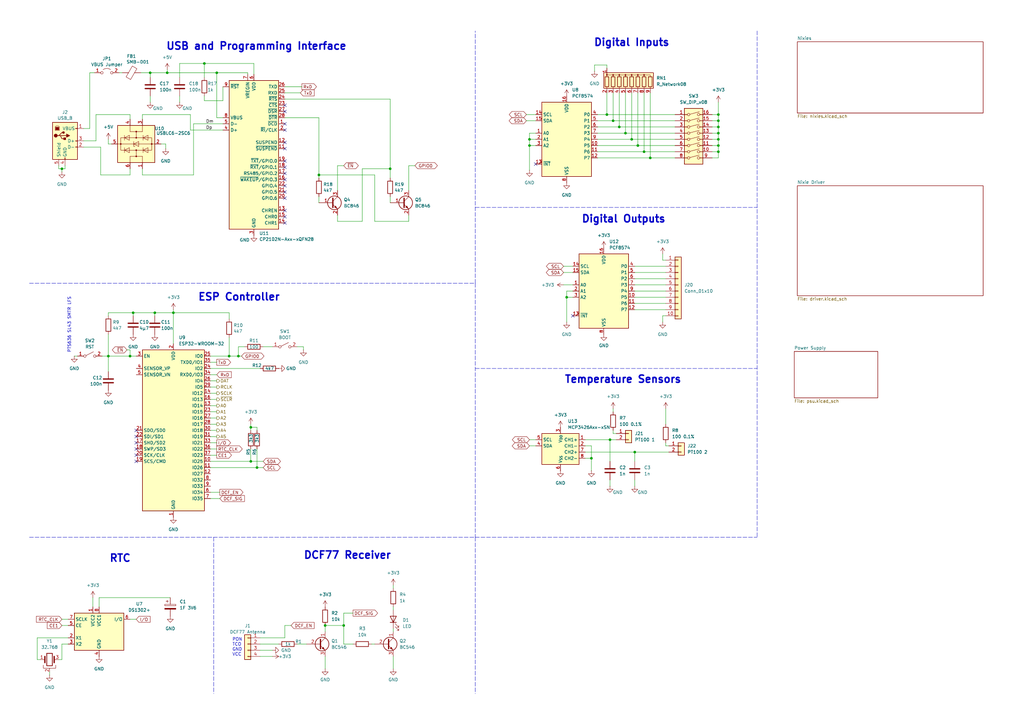
<source format=kicad_sch>
(kicad_sch (version 20231120) (generator "eeschema") (generator_version "8.0")
  (paper "A3")
  (title_block (title "Z5600M Nixie Clock with ESP32") (date "2024-09-16") (rev "1.0") (company "Synthron"))
  (junction (at 54.61 128.27))
  (junction (at 25.4 69.215))
  (junction (at 102.87 189.23))
  (junction (at 97.79 146.05))
  (junction (at 242.57 187.96))
  (junction (at 217.17 57.15))
  (junction (at 250.19 180.34))
  (junction (at 294.64 57.15))
  (junction (at 294.64 52.07))
  (junction (at 266.7 64.77))
  (junction (at 88.9 29.845))
  (junction (at 105.41 191.77))
  (junction (at 102.87 175.26))
  (junction (at 68.58 29.845))
  (junction (at 83.82 26.035))
  (junction (at 53.34 146.05))
  (junction (at 264.16 62.23))
  (junction (at 93.98 146.05))
  (junction (at 160.02 69.215))
  (junction (at 140.97 256.54))
  (junction (at 232.41 121.92))
  (junction (at 260.35 185.42))
  (junction (at 294.64 46.99))
  (junction (at 294.64 62.23))
  (junction (at 254 52.07))
  (junction (at 61.595 29.845))
  (junction (at 130.81 71.755))
  (junction (at 259.08 57.15))
  (junction (at 294.64 59.69))
  (junction (at 251.46 49.53))
  (junction (at 248.92 46.99))
  (junction (at 63.5 128.27))
  (junction (at 217.17 59.69))
  (junction (at 71.12 128.27))
  (junction (at 294.64 49.53))
  (junction (at 133.35 256.54))
  (junction (at 294.64 54.61))
  (junction (at 261.62 59.69))
  (junction (at 256.54 54.61))
  (junction (at 44.45 146.05))
  (no_connect (at 116.84 66.04))
  (no_connect (at 116.84 78.74))
  (no_connect (at 116.84 73.66))
  (no_connect (at 55.88 179.07))
  (no_connect (at 116.84 53.34))
  (no_connect (at 116.84 86.36))
  (no_connect (at 55.88 186.69))
  (no_connect (at 116.84 43.18))
  (no_connect (at 234.95 129.54))
  (no_connect (at 116.84 45.72))
  (no_connect (at 55.88 181.61))
  (no_connect (at 116.84 88.9))
  (no_connect (at 55.88 184.15))
  (no_connect (at 116.84 68.58))
  (no_connect (at 116.84 50.8))
  (no_connect (at 55.88 189.23))
  (no_connect (at 219.71 67.31))
  (no_connect (at 116.84 81.28))
  (no_connect (at 116.84 91.44))
  (no_connect (at 116.84 76.2))
  (no_connect (at 116.84 58.42))
  (no_connect (at 116.84 71.12))
  (no_connect (at 116.84 60.96))
  (no_connect (at 55.88 176.53))
  (wire (pts (xy 73.66 39.37) (xy 73.66 41.91)))
  (wire (pts (xy 273.05 119.38) (xy 260.35 119.38)))
  (wire (pts (xy 245.11 49.53) (xy 251.46 49.53)))
  (wire (pts (xy 53.34 146.05) (xy 55.88 146.05)))
  (wire (pts (xy 20.32 275.59) (xy 20.32 276.86)))
  (wire (pts (xy 215.9 46.99) (xy 219.71 46.99)))
  (wire (pts (xy 79.375 71.755) (xy 58.42 71.755)))
  (wire (pts (xy 232.41 121.92) (xy 234.95 121.92)))
  (wire (pts (xy 91.44 41.275) (xy 91.44 35.56)))
  (wire (pts (xy 116.84 256.54) (xy 116.84 261.62)))
  (wire (pts (xy 88.9 168.91) (xy 86.36 168.91)))
  (polyline (pts (xy 194.945 151.13) (xy 310.515 151.13)) (stroke (width 0) (type dash)))
  (wire (pts (xy 130.81 48.26) (xy 116.84 48.26)))
  (wire (pts (xy 97.79 142.24) (xy 97.79 146.05)))
  (wire (pts (xy 242.57 182.88) (xy 242.57 187.96)))
  (wire (pts (xy 292.1 46.99) (xy 294.64 46.99)))
  (polyline (pts (xy 194.945 220.345) (xy 310.515 220.345)) (stroke (width 0) (type dash)))
  (wire (pts (xy 240.03 180.34) (xy 250.19 180.34)))
  (wire (pts (xy 138.43 67.945) (xy 138.43 78.105)))
  (wire (pts (xy 292.1 59.69) (xy 294.64 59.69)))
  (wire (pts (xy 167.64 67.945) (xy 167.64 78.105)))
  (wire (pts (xy 294.64 46.99) (xy 294.64 41.91)))
  (wire (pts (xy 102.87 184.15) (xy 102.87 189.23)))
  (wire (pts (xy 259.08 38.1) (xy 259.08 57.15)))
  (wire (pts (xy 254 52.07) (xy 276.86 52.07)))
  (wire (pts (xy 67.945 59.055) (xy 67.945 60.96)))
  (wire (pts (xy 44.45 146.05) (xy 53.34 146.05)))
  (wire (pts (xy 217.17 180.34) (xy 219.71 180.34)))
  (wire (pts (xy 273.05 109.22) (xy 260.35 109.22)))
  (polyline (pts (xy 87.63 220.345) (xy 87.63 284.48)) (stroke (width 0) (type dash)))
  (wire (pts (xy 58.42 46.99) (xy 78.105 46.99)))
  (wire (pts (xy 245.11 64.77) (xy 266.7 64.77)))
  (polyline (pts (xy 194.945 116.205) (xy 194.945 220.345)) (stroke (width 0) (type dash)))
  (wire (pts (xy 79.375 50.8) (xy 79.375 71.755)))
  (wire (pts (xy 217.17 57.15) (xy 219.71 57.15)))
  (wire (pts (xy 240.03 187.96) (xy 242.57 187.96)))
  (wire (pts (xy 58.42 46.99) (xy 58.42 48.895)))
  (wire (pts (xy 273.05 121.92) (xy 260.35 121.92)))
  (wire (pts (xy 261.62 59.69) (xy 276.86 59.69)))
  (wire (pts (xy 83.82 26.035) (xy 73.66 26.035)))
  (wire (pts (xy 217.17 69.85) (xy 217.17 59.69)))
  (polyline (pts (xy 194.945 116.205) (xy 194.945 12.7)) (stroke (width 0) (type dash)))
  (wire (pts (xy 160.02 73.025) (xy 160.02 69.215)))
  (wire (pts (xy 248.92 46.99) (xy 276.86 46.99)))
  (wire (pts (xy 61.595 39.37) (xy 61.595 41.91)))
  (wire (pts (xy 160.02 80.645) (xy 160.02 83.185)))
  (wire (pts (xy 36.83 52.705) (xy 36.83 29.845)))
  (wire (pts (xy 124.46 142.24) (xy 121.92 142.24)))
  (wire (pts (xy 106.68 269.24) (xy 111.76 269.24)))
  (wire (pts (xy 232.41 121.92) (xy 232.41 119.38)))
  (wire (pts (xy 101.6 29.845) (xy 88.9 29.845)))
  (wire (pts (xy 25.4 256.54) (xy 27.94 256.54)))
  (wire (pts (xy 161.29 257.81) (xy 161.29 259.08)))
  (polyline (pts (xy 194.945 85.09) (xy 310.515 85.09)) (stroke (width 0) (type dash)))
  (wire (pts (xy 144.78 264.16) (xy 140.97 264.16)))
  (wire (pts (xy 44.45 57.15) (xy 44.45 59.055)))
  (wire (pts (xy 86.36 153.67) (xy 88.9 153.67)))
  (wire (pts (xy 271.78 106.68) (xy 273.05 106.68)))
  (wire (pts (xy 264.16 38.1) (xy 264.16 62.23)))
  (wire (pts (xy 107.95 142.24) (xy 111.76 142.24)))
  (wire (pts (xy 44.45 128.27) (xy 44.45 129.54)))
  (wire (pts (xy 25.4 270.51) (xy 25.4 264.16)))
  (wire (pts (xy 271.78 129.54) (xy 273.05 129.54)))
  (wire (pts (xy 245.11 46.99) (xy 248.92 46.99)))
  (wire (pts (xy 57.785 29.845) (xy 61.595 29.845)))
  (wire (pts (xy 217.17 59.69) (xy 219.71 59.69)))
  (wire (pts (xy 25.4 254) (xy 27.94 254)))
  (wire (pts (xy 83.82 39.37) (xy 83.82 41.275)))
  (wire (pts (xy 105.41 175.26) (xy 102.87 175.26)))
  (wire (pts (xy 148.59 90.805) (xy 148.59 69.215)))
  (wire (pts (xy 31.75 146.05) (xy 30.48 146.05)))
  (wire (pts (xy 294.64 59.69) (xy 294.64 62.23)))
  (wire (pts (xy 231.14 111.76) (xy 234.95 111.76)))
  (wire (pts (xy 78.105 53.34) (xy 78.105 46.99)))
  (wire (pts (xy 116.84 38.1) (xy 123.19 38.1)))
  (wire (pts (xy 140.97 251.46) (xy 144.78 251.46)))
  (wire (pts (xy 256.54 38.1) (xy 256.54 54.61)))
  (wire (pts (xy 251.46 38.1) (xy 251.46 49.53)))
  (wire (pts (xy 273.05 111.76) (xy 260.35 111.76)))
  (polyline (pts (xy 12.065 116.205) (xy 194.945 116.205)) (stroke (width 0) (type dash)))
  (wire (pts (xy 63.5 128.27) (xy 54.61 128.27)))
  (wire (pts (xy 245.11 57.15) (xy 259.08 57.15)))
  (wire (pts (xy 102.87 175.26) (xy 102.87 176.53)))
  (wire (pts (xy 101.6 30.48) (xy 101.6 29.845)))
  (wire (pts (xy 130.81 71.755) (xy 130.81 48.26)))
  (wire (pts (xy 271.78 106.68) (xy 271.78 104.14)))
  (wire (pts (xy 83.82 41.275) (xy 91.44 41.275)))
  (wire (pts (xy 251.46 167.64) (xy 251.46 168.91)))
  (wire (pts (xy 248.92 26.67) (xy 248.92 27.94)))
  (wire (pts (xy 232.41 119.38) (xy 234.95 119.38)))
  (wire (pts (xy 138.43 88.265) (xy 138.43 90.805)))
  (wire (pts (xy 25.4 264.16) (xy 27.94 264.16)))
  (wire (pts (xy 124.46 143.51) (xy 124.46 142.24)))
  (wire (pts (xy 61.595 29.845) (xy 61.595 31.75)))
  (wire (pts (xy 27.94 261.62) (xy 15.24 261.62)))
  (wire (pts (xy 86.36 146.05) (xy 93.98 146.05)))
  (polyline (pts (xy 12.065 220.345) (xy 194.945 220.345)) (stroke (width 0) (type dash)))
  (wire (pts (xy 88.9 173.99) (xy 86.36 173.99)))
  (wire (pts (xy 140.97 67.945) (xy 138.43 67.945)))
  (wire (pts (xy 26.67 69.215) (xy 26.67 67.945)))
  (wire (pts (xy 88.9 176.53) (xy 86.36 176.53)))
  (wire (pts (xy 88.9 166.37) (xy 86.36 166.37)))
  (wire (pts (xy 105.41 176.53) (xy 105.41 175.26)))
  (wire (pts (xy 39.37 57.785) (xy 39.37 46.99)))
  (wire (pts (xy 217.17 59.69) (xy 217.17 57.15)))
  (wire (pts (xy 86.36 204.47) (xy 90.17 204.47)))
  (wire (pts (xy 25.4 69.215) (xy 25.4 70.485)))
  (wire (pts (xy 153.67 90.805) (xy 153.67 71.755)))
  (wire (pts (xy 41.275 71.755) (xy 53.34 71.755)))
  (wire (pts (xy 88.9 48.26) (xy 88.9 29.845)))
  (wire (pts (xy 217.17 182.88) (xy 219.71 182.88)))
  (wire (pts (xy 100.33 142.24) (xy 97.79 142.24)))
  (wire (pts (xy 294.64 57.15) (xy 294.64 59.69)))
  (wire (pts (xy 97.79 146.05) (xy 99.06 146.05)))
  (wire (pts (xy 266.7 64.77) (xy 276.86 64.77)))
  (wire (pts (xy 294.64 46.99) (xy 294.64 49.53)))
  (wire (pts (xy 24.13 67.945) (xy 24.13 69.215)))
  (wire (pts (xy 260.35 196.85) (xy 260.35 199.39)))
  (wire (pts (xy 273.05 182.88) (xy 273.05 181.61)))
  (wire (pts (xy 86.36 163.83) (xy 88.9 163.83)))
  (wire (pts (xy 294.64 54.61) (xy 294.64 57.15)))
  (wire (pts (xy 53.34 254) (xy 55.88 254)))
  (wire (pts (xy 24.13 69.215) (xy 25.4 69.215)))
  (wire (pts (xy 116.84 35.56) (xy 123.825 35.56)))
  (wire (pts (xy 259.08 57.15) (xy 276.86 57.15)))
  (wire (pts (xy 242.57 187.96) (xy 242.57 193.04)))
  (wire (pts (xy 251.46 177.8) (xy 251.46 176.53)))
  (wire (pts (xy 138.43 90.805) (xy 148.59 90.805)))
  (wire (pts (xy 86.36 191.77) (xy 105.41 191.77)))
  (wire (pts (xy 170.18 67.945) (xy 167.64 67.945)))
  (wire (pts (xy 243.84 29.21) (xy 243.84 26.67)))
  (wire (pts (xy 148.59 69.215) (xy 160.02 69.215)))
  (wire (pts (xy 38.1 245.11) (xy 38.1 248.92)))
  (wire (pts (xy 130.81 73.025) (xy 130.81 71.755)))
  (wire (pts (xy 250.19 196.85) (xy 250.19 199.39)))
  (wire (pts (xy 215.9 49.53) (xy 219.71 49.53)))
  (wire (pts (xy 245.11 54.61) (xy 256.54 54.61)))
  (wire (pts (xy 160.02 69.215) (xy 160.02 40.64)))
  (wire (pts (xy 78.105 53.34) (xy 91.44 53.34)))
  (wire (pts (xy 292.1 57.15) (xy 294.64 57.15)))
  (wire (pts (xy 53.34 143.51) (xy 53.34 146.05)))
  (wire (pts (xy 167.64 90.805) (xy 153.67 90.805)))
  (wire (pts (xy 245.11 59.69) (xy 261.62 59.69)))
  (wire (pts (xy 86.36 156.21) (xy 88.9 156.21)))
  (wire (pts (xy 44.45 146.05) (xy 44.45 152.4)))
  (wire (pts (xy 71.12 128.27) (xy 71.12 140.97)))
  (wire (pts (xy 248.92 38.1) (xy 248.92 46.99)))
  (wire (pts (xy 86.36 181.61) (xy 88.9 181.61)))
  (wire (pts (xy 88.9 171.45) (xy 86.36 171.45)))
  (wire (pts (xy 36.83 29.845) (xy 38.735 29.845)))
  (wire (pts (xy 73.66 26.035) (xy 73.66 31.75)))
  (wire (pts (xy 71.12 127) (xy 71.12 128.27)))
  (wire (pts (xy 294.64 49.53) (xy 294.64 52.07)))
  (wire (pts (xy 273.05 124.46) (xy 260.35 124.46)))
  (wire (pts (xy 83.82 26.035) (xy 83.82 31.75)))
  (wire (pts (xy 39.37 57.785) (xy 34.29 57.785)))
  (wire (pts (xy 274.32 182.88) (xy 273.05 182.88)))
  (wire (pts (xy 54.61 128.27) (xy 44.45 128.27)))
  (polyline (pts (xy 194.945 220.345) (xy 194.945 284.48)) (stroke (width 0) (type dash)))
  (wire (pts (xy 104.14 26.035) (xy 83.82 26.035)))
  (wire (pts (xy 254 38.1) (xy 254 52.07)))
  (wire (pts (xy 245.11 62.23) (xy 264.16 62.23)))
  (wire (pts (xy 292.1 54.61) (xy 294.64 54.61)))
  (wire (pts (xy 273.05 114.3) (xy 260.35 114.3)))
  (wire (pts (xy 140.97 256.54) (xy 133.35 256.54)))
  (wire (pts (xy 53.34 46.99) (xy 53.34 48.895)))
  (wire (pts (xy 106.68 151.13) (xy 86.36 151.13)))
  (wire (pts (xy 292.1 49.53) (xy 294.64 49.53)))
  (polyline (pts (xy 310.515 12.7) (xy 310.515 220.345)) (stroke (width 0) (type dash)))
  (wire (pts (xy 91.44 48.26) (xy 88.9 48.26)))
  (wire (pts (xy 39.37 46.99) (xy 53.34 46.99)))
  (wire (pts (xy 44.45 137.16) (xy 44.45 146.05)))
  (wire (pts (xy 93.98 138.43) (xy 93.98 146.05)))
  (wire (pts (xy 231.14 116.84) (xy 234.95 116.84)))
  (wire (pts (xy 15.24 261.62) (xy 15.24 270.51)))
  (wire (pts (xy 61.595 29.845) (xy 68.58 29.845)))
  (wire (pts (xy 273.05 127) (xy 260.35 127)))
  (wire (pts (xy 41.91 146.05) (xy 44.45 146.05)))
  (wire (pts (xy 292.1 52.07) (xy 294.64 52.07)))
  (wire (pts (xy 273.05 116.84) (xy 260.35 116.84)))
  (wire (pts (xy 294.64 62.23) (xy 294.64 64.77)))
  (wire (pts (xy 58.42 71.755) (xy 58.42 69.215)))
  (wire (pts (xy 245.11 52.07) (xy 254 52.07)))
  (wire (pts (xy 86.36 161.29) (xy 88.9 161.29)))
  (wire (pts (xy 121.92 264.16) (xy 125.73 264.16)))
  (wire (pts (xy 260.35 185.42) (xy 274.32 185.42)))
  (wire (pts (xy 119.38 256.54) (xy 116.84 256.54)))
  (wire (pts (xy 52.07 143.51) (xy 53.34 143.51)))
  (wire (pts (xy 86.36 158.75) (xy 88.9 158.75)))
  (wire (pts (xy 231.14 109.22) (xy 234.95 109.22)))
  (wire (pts (xy 105.41 191.77) (xy 107.95 191.77)))
  (wire (pts (xy 161.29 240.03) (xy 161.29 241.3)))
  (wire (pts (xy 68.58 29.845) (xy 88.9 29.845)))
  (wire (pts (xy 243.84 26.67) (xy 248.92 26.67)))
  (wire (pts (xy 260.35 185.42) (xy 260.35 189.23)))
  (wire (pts (xy 41.275 60.325) (xy 41.275 71.755)))
  (wire (pts (xy 160.02 40.64) (xy 116.84 40.64)))
  (wire (pts (xy 54.61 128.27) (xy 54.61 129.54)))
  (wire (pts (xy 93.98 146.05) (xy 97.79 146.05)))
  (wire (pts (xy 15.24 270.51) (xy 16.51 270.51)))
  (wire (pts (xy 66.04 59.055) (xy 67.945 59.055)))
  (wire (pts (xy 25.4 69.215) (xy 26.67 69.215)))
  (wire (pts (xy 240.03 182.88) (xy 242.57 182.88)))
  (wire (pts (xy 102.87 189.23) (xy 107.95 189.23)))
  (wire (pts (xy 240.03 185.42) (xy 260.35 185.42)))
  (wire (pts (xy 271.78 132.08) (xy 271.78 129.54)))
  (wire (pts (xy 24.13 270.51) (xy 25.4 270.51)))
  (wire (pts (xy 91.44 50.8) (xy 79.375 50.8)))
  (wire (pts (xy 105.41 184.15) (xy 105.41 191.77)))
  (wire (pts (xy 292.1 62.23) (xy 294.64 62.23)))
  (wire (pts (xy 106.68 266.7) (xy 111.76 266.7)))
  (wire (pts (xy 140.97 264.16) (xy 140.97 256.54)))
  (wire (pts (xy 34.29 60.325) (xy 41.275 60.325)))
  (wire (pts (xy 294.64 64.77) (xy 292.1 64.77)))
  (wire (pts (xy 86.36 184.15) (xy 88.9 184.15)))
  (wire (pts (xy 256.54 54.61) (xy 276.86 54.61)))
  (wire (pts (xy 63.5 128.27) (xy 63.5 129.54)))
  (wire (pts (xy 86.36 189.23) (xy 102.87 189.23)))
  (wire (pts (xy 264.16 62.23) (xy 276.86 62.23)))
  (wire (pts (xy 161.29 269.24) (xy 161.29 274.32)))
  (wire (pts (xy 104.14 30.48) (xy 104.14 26.035)))
  (wire (pts (xy 86.36 201.93) (xy 90.17 201.93)))
  (wire (pts (xy 130.81 80.645) (xy 130.81 83.185)))
  (wire (pts (xy 217.17 57.15) (xy 217.17 54.61)))
  (wire (pts (xy 93.98 130.81) (xy 93.98 128.27)))
  (wire (pts (xy 88.9 179.07) (xy 86.36 179.07)))
  (wire (pts (xy 251.46 49.53) (xy 276.86 49.53)))
  (wire (pts (xy 252.73 177.8) (xy 251.46 177.8)))
  (wire (pts (xy 266.7 38.1) (xy 266.7 64.77)))
  (wire (pts (xy 106.68 264.16) (xy 114.3 264.16)))
  (wire (pts (xy 116.84 261.62) (xy 106.68 261.62)))
  (wire (pts (xy 44.45 59.055) (xy 45.72 59.055)))
  (wire (pts (xy 86.36 148.59) (xy 88.9 148.59)))
  (wire (pts (xy 53.34 69.215) (xy 53.34 71.755)))
  (wire (pts (xy 153.67 71.755) (xy 130.81 71.755)))
  (wire (pts (xy 40.64 248.92) (xy 40.64 245.11)))
  (wire (pts (xy 250.19 180.34) (xy 250.19 189.23)))
  (wire (pts (xy 232.41 132.08) (xy 232.41 121.92)))
  (wire (pts (xy 133.35 269.24) (xy 133.35 274.32)))
  (wire (pts (xy 161.29 248.92) (xy 161.29 250.19)))
  (wire (pts (xy 48.895 29.845) (xy 50.165 29.845)))
  (wire (pts (xy 250.19 180.34) (xy 252.73 180.34)))
  (wire (pts (xy 140.97 251.46) (xy 140.97 256.54)))
  (wire (pts (xy 273.05 167.64) (xy 273.05 173.99)))
  (wire (pts (xy 261.62 38.1) (xy 261.62 59.69)))
  (wire (pts (xy 153.67 264.16) (xy 152.4 264.16)))
  (wire (pts (xy 34.29 52.705) (xy 36.83 52.705)))
  (wire (pts (xy 102.87 173.99) (xy 102.87 175.26)))
  (wire (pts (xy 167.64 88.265) (xy 167.64 90.805)))
  (wire (pts (xy 294.64 52.07) (xy 294.64 54.61)))
  (wire (pts (xy 71.12 128.27) (xy 63.5 128.27)))
  (wire (pts (xy 93.98 128.27) (xy 71.12 128.27)))
  (wire (pts (xy 86.36 186.69) (xy 88.9 186.69)))
  (wire (pts (xy 217.17 54.61) (xy 219.71 54.61)))
  (wire (pts (xy 68.58 28.575) (xy 68.58 29.845)))
  (wire (pts (xy 40.64 245.11) (xy 69.85 245.11)))
  (wire (pts (xy 133.35 256.54) (xy 133.35 259.08)))
  (text "USB and Programming Interface" (at 105.156 19.05 0) (effects (font (size 3 3) (thickness 0.6) (bold yes))))
  (text "Temperature Sensors" (at 255.524 155.702 0) (effects (font (size 3 3) (thickness 0.6) (bold yes))))
  (text "PTS636 SL43 SMTR LFS\n" (at 29.21 144.78 90) (effects (font (size 1.27 1.27)) (justify left bottom)))
  (text "PON\nTCO\nGND\nVCC" (at 95.25 269.24 0) (effects (font (size 1.27 1.27)) (justify left bottom)))
  (text "DCF77 Receiver" (at 142.494 227.838 0) (effects (font (size 3 3) (thickness 0.6) (bold yes))))
  (text "ESP Controller" (at 98.044 121.92 0) (effects (font (size 3 3) (thickness 0.6) (bold yes))))
  (text "Digital Outputs" (at 255.778 89.916 0) (effects (font (size 3 3) (thickness 0.6) (bold yes))))
  (text "RTC" (at 49.276 229.108 0) (effects (font (size 3 3) (thickness 0.6) (bold yes))))
  (text "Digital Inputs" (at 259.08 17.526 0) (effects (font (size 3 3) (thickness 0.6) (bold yes))))
  (label "Dp" (at 84.455 53.34 0))
  (label "Dm" (at 84.455 50.8 0))
  (global_label "SCL" (shape bidirectional) (at 215.9 46.99 180) (property "Intersheetrefs" "${INTERSHEET_REFS}" (effects (hide yes))))
  (global_label "I{slash}O" (shape output) (at 88.9 181.61 0) (property "Intersheetrefs" "${INTERSHEET_REFS}" (effects (hide yes))))
  (global_label "RxD" (shape input) (at 88.9 153.67 0) (property "Intersheetrefs" "${INTERSHEET_REFS}" (effects (hide yes))))
  (global_label "SDA" (shape bidirectional) (at 217.17 182.88 180) (property "Intersheetrefs" "${INTERSHEET_REFS}" (effects (hide yes))))
  (global_label "SDA" (shape bidirectional) (at 215.9 49.53 180) (property "Intersheetrefs" "${INTERSHEET_REFS}" (effects (hide yes))))
  (global_label "CE1" (shape output) (at 88.9 186.69 0) (property "Intersheetrefs" "${INTERSHEET_REFS}" (effects (hide yes))))
  (global_label "GPIO0" (shape bidirectional) (at 99.06 146.05 0) (property "Intersheetrefs" "${INTERSHEET_REFS}" (effects (hide yes))))
  (global_label "RxD" (shape output) (at 123.825 35.56 0) (property "Intersheetrefs" "${INTERSHEET_REFS}" (effects (hide yes))))
  (global_label "~{EN}" (shape bidirectional) (at 140.97 67.945 0) (property "Intersheetrefs" "${INTERSHEET_REFS}" (effects (hide yes))))
  (global_label "TxD" (shape input) (at 123.19 38.1 0) (property "Intersheetrefs" "${INTERSHEET_REFS}" (effects (hide yes))))
  (global_label "DCF_SIG" (shape input) (at 90.17 204.47 0) (property "Intersheetrefs" "${INTERSHEET_REFS}" (effects (hide yes))))
  (global_label "DCF_EN" (shape input) (at 119.38 256.54 0) (property "Intersheetrefs" "${INTERSHEET_REFS}" (effects (hide yes))))
  (global_label "SDA" (shape bidirectional) (at 107.95 189.23 0) (property "Intersheetrefs" "${INTERSHEET_REFS}" (effects (hide yes))))
  (global_label "I{slash}O" (shape input) (at 55.88 254 0) (property "Intersheetrefs" "${INTERSHEET_REFS}" (effects (hide yes))))
  (global_label "RTC_CLK" (shape output) (at 88.9 184.15 0) (property "Intersheetrefs" "${INTERSHEET_REFS}" (effects (hide yes))))
  (global_label "TxD" (shape output) (at 88.9 148.59 0) (property "Intersheetrefs" "${INTERSHEET_REFS}" (effects (hide yes))))
  (global_label "SCL" (shape bidirectional) (at 231.14 109.22 180) (property "Intersheetrefs" "${INTERSHEET_REFS}" (effects (hide yes))))
  (global_label "SCL" (shape bidirectional) (at 217.17 180.34 180) (property "Intersheetrefs" "${INTERSHEET_REFS}" (effects (hide yes))))
  (global_label "SCL" (shape bidirectional) (at 107.95 191.77 0) (property "Intersheetrefs" "${INTERSHEET_REFS}" (effects (hide yes))))
  (global_label "RTC_CLK" (shape input) (at 25.4 254 180) (property "Intersheetrefs" "${INTERSHEET_REFS}" (effects (hide yes))))
  (global_label "~{EN}" (shape bidirectional) (at 52.07 143.51 180) (property "Intersheetrefs" "${INTERSHEET_REFS}" (effects (hide yes))))
  (global_label "DCF_SIG" (shape output) (at 144.78 251.46 0) (property "Intersheetrefs" "${INTERSHEET_REFS}" (effects (hide yes))))
  (global_label "CE1" (shape input) (at 25.4 256.54 180) (property "Intersheetrefs" "${INTERSHEET_REFS}" (effects (hide yes))))
  (global_label "DCF_EN" (shape output) (at 90.17 201.93 0) (property "Intersheetrefs" "${INTERSHEET_REFS}" (effects (hide yes))))
  (global_label "GPIO0" (shape bidirectional) (at 170.18 67.945 0) (property "Intersheetrefs" "${INTERSHEET_REFS}" (effects (hide yes))))
  (global_label "SDA" (shape bidirectional) (at 231.14 111.76 180) (property "Intersheetrefs" "${INTERSHEET_REFS}" (effects (hide yes))))
  (hierarchical_label "DAT" (shape output) (at 88.9 156.21 0))
  (hierarchical_label "SCLK" (shape output) (at 88.9 161.29 0))
  (hierarchical_label "A2" (shape output) (at 88.9 171.45 0))
  (hierarchical_label "A5" (shape output) (at 88.9 179.07 0))
  (hierarchical_label "A1" (shape output) (at 88.9 168.91 0))
  (hierarchical_label "RCLK" (shape output) (at 88.9 158.75 0))
  (hierarchical_label "~{SCLR}" (shape output) (at 88.9 163.83 0))
  (hierarchical_label "A3" (shape output) (at 88.9 173.99 0))
  (hierarchical_label "A0" (shape output) (at 88.9 166.37 0))
  (hierarchical_label "A4" (shape output) (at 88.9 176.53 0))
  (symbol (lib_id "power:GND") (at 40.64 269.24 0) (unit 1)
    (property "Reference" "#PWR03" (effects (hide yes)))
    (property "Value" "GND" (at 40.64 274.32 0))
  )
  (symbol (lib_id "power:GND") (at 217.17 69.85 0) (unit 1)
    (property "Reference" "#PWR013" (effects (hide yes)))
    (property "Value" "GND" (at 217.17 74.93 0))
  )
  (symbol (lib_id "power:+3V3") (at 273.05 167.64 0) (unit 1)
    (property "Reference" "#PWR044" (effects (hide yes)))
    (property "Value" "+3V3" (at 273.05 162.56 0))
  )
  (symbol (lib_id "power:+3V3") (at 229.87 175.26 0) (unit 1)
    (property "Reference" "#PWR031" (effects (hide yes)))
    (property "Value" "+3V3" (at 229.87 170.18 0))
  )
  (symbol (lib_id "power:GND") (at 232.41 74.93 0) (unit 1)
    (property "Reference" "#PWR015" (effects (hide yes)))
    (property "Value" "GND" (at 232.41 80.01 0))
  )
  (symbol (lib_id "power:+3V3") (at 102.87 173.99 0) (unit 1)
    (property "Reference" "#PWR030" (effects (hide yes)))
    (property "Value" "+3V3" (at 102.87 168.91 0))
  )
  (symbol (lib_id "power:GND") (at 67.945 60.96 0) (unit 1)
    (property "Reference" "#PWR037" (effects (hide yes)))
    (property "Value" "GND" (at 67.945 66.04 0))
  )
  (symbol (lib_id "Power_Protection:USBLC6-2SC6") (at 55.88 59.055 90) (unit 1)
    (property "Reference" "U10" (at 65.405 52.705 90))
    (property "Value" "USBLC6-2SC6" (at 71.12 54.61 90))
    (property "Footprint" "Package_TO_SOT_SMD:SOT-23-6" (effects (hide yes)))
    (property "Datasheet" "https://www.st.com/resource/en/datasheet/usblc6-2.pdf" (effects (hide yes)))
  )
  (symbol (lib_id "Device:R") (at 83.82 35.56 0) (unit 1)
    (property "Reference" "R17" (at 85.09 34.29 0) (effects (justify left)))
    (property "Value" "1k" (at 85.09 36.83 0) (effects (justify left)))
    (property "Footprint" "Resistor_SMD:R_0805_2012Metric" (effects (hide yes)))
  )
  (symbol (lib_id "power:+3V3") (at 247.65 101.6 0) (unit 1)
    (property "Reference" "#PWR016" (effects (hide yes)))
    (property "Value" "+3V3" (at 247.65 96.52 0))
  )
  (symbol (lib_id "Device:R") (at 93.98 134.62 0) (unit 1)
    (property "Reference" "R10" (at 95.758 133.4079 0) (effects (justify left)))
    (property "Value" "4k7" (at 95.758 135.8321 0) (effects (justify left)))
    (property "Footprint" "Resistor_SMD:R_0805_2012Metric" (effects (hide yes)))
  )
  (symbol (lib_id "power:GND") (at 161.29 274.32 0) (unit 1)
    (property "Reference" "#PWR09" (effects (hide yes)))
    (property "Value" "GND" (at 161.29 278.7634 0))
  )
  (symbol (lib_id "power:+3V3") (at 161.29 240.03 0) (unit 1)
    (property "Reference" "#PWR010" (effects (hide yes)))
    (property "Value" "+3V3" (at 161.29 234.95 0))
  )
  (symbol (lib_id "power:GND") (at 271.78 132.08 0) (unit 1)
    (property "Reference" "#PWR029" (effects (hide yes)))
    (property "Value" "GND" (at 271.78 137.16 0))
  )
  (symbol (lib_id "Device:R_Network08") (at 259.08 33.02 0) (unit 1)
    (property "Reference" "RN1" (at 269.24 32.0039 0) (effects (justify left)))
    (property "Value" "R_Network08" (at 269.24 34.5439 0) (effects (justify left)))
    (property "Footprint" "Resistor_THT:R_Array_SIP9" (effects (hide yes)))
    (property "Datasheet" "http://www.vishay.com/docs/31509/csc.pdf" (effects (hide yes)))
    (property "Description" "8 resistor network, star topology, bussed resistors, small symbol" (effects (hide yes)))
  )
  (symbol (lib_id "Device:Crystal_GND2") (at 20.32 270.51 0) (unit 1)
    (property "Reference" "Y1" (at 20.32 262.89 0))
    (property "Value" "32.768" (at 20.32 265.43 0))
    (property "Footprint" "Crystal:Crystal_SMD_MicroCrystal_MS1V-T1K" (effects (hide yes)))
    (property "Datasheet" "https://www.reichelt.de/smd-uhrenquarz-metallgehaeuse-2x2x6mm-6pf-32-768-ms1v-6-p85043.html?search=32%2C768+ms1v" (effects (hide yes)))
    (property "Description" "Three pin crystal, GND on pin 2" (effects (hide yes)))
  )
  (symbol (lib_id "power:+3V3") (at 271.78 104.14 0) (unit 1)
    (property "Reference" "#PWR020" (effects (hide yes)))
    (property "Value" "+3V3" (at 271.78 99.06 0))
  )
  (symbol (lib_id "Device:R") (at 118.11 264.16 90) (unit 1)
    (property "Reference" "R1" (at 122.428 263.144 90))
    (property "Value" "1k" (at 118.11 264.16 90))
    (property "Footprint" "Resistor_SMD:R_0805_2012Metric" (effects (hide yes)))
  )
  (symbol (lib_id "power:GND") (at 61.595 41.91 0) (unit 1)
    (property "Reference" "#PWR034" (effects (hide yes)))
    (property "Value" "GND" (at 64.77 44.45 0))
  )
  (symbol (lib_id "power:GND") (at 232.41 132.08 0) (unit 1)
    (property "Reference" "#PWR019" (effects (hide yes)))
    (property "Value" "GND" (at 232.41 137.16 0))
  )
  (symbol (lib_id "power:GND") (at 124.46 143.51 0) (unit 1)
    (property "Reference" "#PWR024" (effects (hide yes)))
    (property "Value" "GND" (at 124.46 148.59 0))
  )
  (symbol (lib_id "Device:LED") (at 161.29 254 90) (unit 1)
    (property "Reference" "D1" (at 165.1 254.3174 90) (effects (justify right)))
    (property "Value" "LED" (at 165.1 256.8574 90) (effects (justify right)))
    (property "Description" "Light emitting diode" (effects (hide yes)))
  )
  (symbol (lib_id "power:+3V3") (at 294.64 41.91 0) (unit 1)
    (property "Reference" "#PWR012" (effects (hide yes)))
    (property "Value" "+3V3" (at 294.64 36.83 0))
  )
  (symbol (lib_id "power:+3V3") (at 111.76 269.24 270) (unit 1)
    (property "Reference" "#PWR06" (effects (hide yes)))
    (property "Value" "+3V3" (at 116.84 269.24 90))
  )
  (symbol (lib_id "power:GND") (at 44.45 160.02 0) (unit 1)
    (property "Reference" "#PWR027" (effects (hide yes)))
    (property "Value" "GND" (at 44.45 165.1 0))
  )
  (symbol (lib_id "power:+5V") (at 44.45 57.15 0) (unit 1)
    (property "Reference" "#PWR036" (effects (hide yes)))
    (property "Value" "+5V" (at 44.45 52.07 0))
  )
  (symbol (lib_id "RF_Module:ESP32-WROOM-32") (at 71.12 176.53 0) (unit 1)
    (property "Reference" "U9" (at 73.3141 138.43 0) (effects (justify left)))
    (property "Value" "ESP32-WROOM-32" (at 73.3141 140.97 0) (effects (justify left)))
    (property "Footprint" "RF_Module:ESP32-WROOM-32" (effects (hide yes)))
    (property "Datasheet" "https://www.espressif.com/sites/default/files/documentation/esp32-wroom-32_datasheet_en.pdf" (effects (hide yes)))
  )
  (symbol (lib_id "Device:R") (at 148.59 264.16 90) (unit 1)
    (property "Reference" "R3" (at 148.59 257.81 90))
    (property "Value" "10k" (at 148.59 260.35 90))
    (property "Footprint" "Resistor_SMD:R_0805_2012Metric" (effects (hide yes)))
  )
  (symbol (lib_id "Device:R") (at 44.45 133.35 0) (unit 1)
    (property "Reference" "R9" (at 46.228 132.1379 0) (effects (justify left)))
    (property "Value" "4k7" (at 46.228 134.5621 0) (effects (justify left)))
    (property "Footprint" "Resistor_SMD:R_0805_2012Metric" (effects (hide yes)))
  )
  (symbol (lib_id "Device:C") (at 54.61 133.35 0) (unit 1)
    (property "Reference" "C10" (at 57.15 132.08 0) (effects (justify left)))
    (property "Value" "4µ7" (at 57.15 134.62 0) (effects (justify left)))
    (property "Footprint" "Capacitor_SMD:C_0805_2012Metric" (effects (hide yes)))
  )
  (symbol (lib_id "power:GND") (at 111.76 266.7 90) (unit 1)
    (property "Reference" "#PWR05" (effects (hide yes)))
    (property "Value" "GND" (at 119.38 266.7 90) (effects (justify left)))
  )
  (symbol (lib_id "power:+3V3") (at 232.41 39.37 0) (unit 1)
    (property "Reference" "#PWR014" (effects (hide yes)))
    (property "Value" "+3V3" (at 232.41 34.29 0))
  )
  (symbol (lib_id "Switch:SW_DIP_x08") (at 284.48 57.15 0) (unit 1)
    (property "Reference" "SW3" (at 284.48 39.37 0))
    (property "Value" "SW_DIP_x08" (at 284.48 41.91 0))
    (property "Description" "8x DIP Switch, Single Pole Single Throw (SPST) switch, small symbol" (effects (hide yes)))
  )
  (symbol (lib_id "power:GND") (at 30.48 146.05 0) (unit 1)
    (property "Reference" "#PWR025" (effects (hide yes)))
    (property "Value" "GND" (at 30.48 151.13 0))
  )
  (symbol (lib_id "Device:R") (at 102.87 180.34 0) (unit 1)
    (property "Reference" "R5" (at 101.854 186.69 90) (effects (justify left)))
    (property "Value" "3k3" (at 102.87 181.61 90) (effects (justify left)))
    (property "Footprint" "Resistor_SMD:R_0805_2012Metric" (effects (hide yes)))
  )
  (symbol (lib_id "Jumper:Jumper_2_Open") (at 43.815 29.845 0) (unit 1)
    (property "Reference" "JP1" (at 43.815 24.0497 0))
    (property "Value" "VBUS Jumper" (at 43.815 26.4739 0))
    (property "Footprint" "Connector_PinHeader_2.54mm:PinHeader_1x02_P2.54mm_Vertical" (effects (hide yes)))
  )
  (symbol (lib_id "Device:C") (at 73.66 35.56 0) (unit 1)
    (property "Reference" "C18" (at 77.47 34.29 0) (effects (justify left)))
    (property "Value" "100n" (at 77.47 36.83 0) (effects (justify left)))
    (property "Footprint" "Capacitor_SMD:C_0805_2012Metric" (effects (hide yes)))
  )
  (symbol (lib_id "Interface_Expansion:PCF8574") (at 247.65 119.38 0) (unit 1)
    (property "Reference" "U12" (at 249.8441 99.06 0) (effects (justify left)))
    (property "Value" "PCF8574" (at 249.8441 101.6 0) (effects (justify left)))
    (property "Datasheet" "http://www.nxp.com/docs/en/data-sheet/PCF8574_PCF8574A.pdf" (effects (hide yes)))
    (property "Description" "8 Bit Port/Expander to I2C Bus, DIP/SOIC-16" (effects (hide yes)))
  )
  (symbol (lib_id "Connector_Generic:Conn_01x02") (at 279.4 182.88 0) (unit 1)
    (property "Reference" "J22" (at 281.94 182.8799 0) (effects (justify left)))
    (property "Value" "PT100 2" (at 281.94 185.4199 0) (effects (justify left)))
    (property "Description" "Generic connector, single row, 01x02, script generated (kicad-library-utils/schlib/autogen/connector/)" (effects (hide yes)))
  )
  (symbol (lib_id "Interface_USB:CP2102N-Axx-xQFN28") (at 104.14 63.5 0) (unit 1)
    (property "Reference" "U11" (at 106.3341 95.7001 0) (effects (justify left)))
    (property "Value" "CP2102N-Axx-xQFN28" (at 106.3341 98.1243 0) (effects (justify left)))
    (property "Footprint" "Package_DFN_QFN:QFN-28-1EP_5x5mm_P0.5mm_EP3.35x3.35mm" (effects (hide yes)))
    (property "Datasheet" "https://www.silabs.com/documents/public/data-sheets/cp2102n-datasheet.pdf" (effects (hide yes)))
  )
  (symbol (lib_id "Device:R") (at 110.49 151.13 90) (unit 1)
    (property "Reference" "R12" (at 107.315 149.86 90) (effects (justify left)))
    (property "Value" "4k7" (at 112.395 151.13 90) (effects (justify left)))
    (property "Footprint" "Resistor_SMD:R_0805_2012Metric" (effects (hide yes)))
  )
  (symbol (lib_id "power:GND") (at 133.35 274.32 0) (unit 1)
    (property "Reference" "#PWR07" (effects (hide yes)))
    (property "Value" "GND" (at 133.35 278.7634 0))
  )
  (symbol (lib_id "Transistor_BJT:BC546") (at 130.81 264.16 0) (unit 1)
    (property "Reference" "Q1" (at 135.89 262.8899 0) (effects (justify left)))
    (property "Value" "BC546" (at 135.89 265.4299 0) (effects (justify left)))
    (property "Footprint" "Package_TO_SOT_THT:TO-92_Inline" (effects (hide yes)))
    (property "Datasheet" "https://www.onsemi.com/pub/Collateral/BC550-D.pdf" (effects (hide yes)))
    (property "Description" "0.1A Ic, 65V Vce, Small Signal NPN Transistor, TO-92" (effects (hide yes)))
  )
  (symbol (lib_id "Device:C_Polarized") (at 69.85 248.92 0) (unit 1)
    (property "Reference" "C1" (at 73.66 246.7609 0) (effects (justify left)))
    (property "Value" "1F 3V6" (at 73.66 249.3009 0) (effects (justify left)))
    (property "Datasheet" "https://www.reichelt.de/superkondensator-coin-type-1-0-f-3-6-v-1000-h-ko-dclt3r6105cf-p244458.html?&trstct=pol_5&nbc=1" (effects (hide yes)))
    (property "Description" "Polarized capacitor" (effects (hide yes)))
  )
  (symbol (lib_id "power:+3V3") (at 231.14 116.84 90) (unit 1)
    (property "Reference" "#PWR018" (effects (hide yes)))
    (property "Value" "+3V3" (at 227.33 116.8399 90) (effects (justify left)))
  )
  (symbol (lib_id "power:GND") (at 242.57 193.04 0) (unit 1)
    (property "Reference" "#PWR042" (effects (hide yes)))
    (property "Value" "GND" (at 242.57 198.12 0))
  )
  (symbol (lib_id "Interface_Expansion:PCF8574") (at 232.41 57.15 0) (unit 1)
    (property "Reference" "U8" (at 234.6041 36.83 0) (effects (justify left)))
    (property "Value" "PCF8574" (at 234.6041 39.37 0) (effects (justify left)))
    (property "Datasheet" "http://www.nxp.com/docs/en/data-sheet/PCF8574_PCF8574A.pdf" (effects (hide yes)))
    (property "Description" "8 Bit Port/Expander to I2C Bus, DIP/SOIC-16" (effects (hide yes)))
  )
  (symbol (lib_id "power:GND") (at 243.84 29.21 0) (unit 1)
    (property "Reference" "#PWR011" (effects (hide yes)))
    (property "Value" "GND" (at 243.84 34.29 0))
  )
  (symbol (lib_id "Device:C") (at 63.5 133.35 0) (unit 1)
    (property "Reference" "C11" (at 66.04 132.08 0) (effects (justify left)))
    (property "Value" "100n" (at 66.04 134.62 0) (effects (justify left)))
    (property "Footprint" "Capacitor_SMD:C_0805_2012Metric" (effects (hide yes)))
  )
  (symbol (lib_id "Device:R") (at 273.05 177.8 0) (unit 1)
    (property "Reference" "R8" (at 275.59 176.5299 0) (effects (justify left)))
    (property "Value" "100 0.1%" (at 275.59 179.0699 0) (effects (justify left)))
    (property "Footprint" "Resistor_SMD:R_0805_2012Metric" (effects (hide yes)))
  )
  (symbol (lib_id "Connector:USB_B") (at 26.67 57.785 0) (unit 1)
    (property "Reference" "J2" (at 26.67 46.0207 0))
    (property "Value" "USB_B" (at 26.67 48.4449 0))
    (property "Footprint" "Connector_USB:USB_B_Lumberg_2411_02_Horizontal" (effects (hide yes)))
    (property "Datasheet" " ~" (effects (hide yes)))
  )
  (symbol (lib_id "Device:C") (at 250.19 193.04 0) (unit 1)
    (property "Reference" "C2" (at 254 191.7699 0) (effects (justify left)))
    (property "Value" "1n" (at 254 194.3099 0) (effects (justify left)))
    (property "Footprint" "Capacitor_SMD:C_0805_2012Metric" (effects (hide yes)))
  )
  (symbol (lib_id "Device:R") (at 133.35 252.73 0) (unit 1)
    (property "Reference" "R2" (at 135.89 251.4599 0) (effects (justify left)))
    (property "Value" "10k" (at 135.89 253.9999 0) (effects (justify left)))
    (property "Footprint" "Resistor_SMD:R_0805_2012Metric" (effects (hide yes)))
  )
  (symbol (lib_id "power:GND") (at 63.5 137.16 0) (unit 1)
    (property "Reference" "#PWR023" (effects (hide yes)))
    (property "Value" "GND" (at 63.5 142.24 0))
  )
  (symbol (lib_id "Analog_ADC:MCP3426Axx-xSN") (at 229.87 185.42 0) (mirror y) (unit 1)
    (property "Reference" "U13" (at 232.8865 172.72 0) (effects (justify right)))
    (property "Value" "MCP3426Axx-xSN" (at 232.8865 175.26 0) (effects (justify right)))
    (property "Footprint" "Package_SO:SOIC-8_3.9x4.9mm_P1.27mm" (effects (hide yes)))
    (property "Datasheet" "http://ww1.microchip.com/downloads/en/DeviceDoc/22226a.pdf" (effects (hide yes)))
    (property "Description" "16-Bit, Multi-Channel ΔΣ Analog-to-Digital Converter with I2C Interface and On-Board Reference, SOIC-8" (effects (hide yes)))
  )
  (symbol (lib_id "power:GND") (at 25.4 70.485 0) (unit 1)
    (property "Reference" "#PWR038" (effects (hide yes)))
    (property "Value" "GND" (at 25.4 75.565 0))
  )
  (symbol (lib_id "power:GND") (at 250.19 199.39 0) (unit 1)
    (property "Reference" "#PWR045" (effects (hide yes)))
    (property "Value" "GND" (at 253.365 201.93 0))
  )
  (symbol (lib_id "Connector_Generic:Conn_01x04") (at 101.6 264.16 0) (mirror y) (unit 1)
    (property "Reference" "J1" (at 101.6 256.6502 0))
    (property "Value" "DCF77 Antenna" (at 101.6 259.1871 0))
    (property "Footprint" "Connector_PinHeader_2.54mm:PinHeader_1x04_P2.54mm_Vertical" (effects (hide yes)))
  )
  (symbol (lib_id "power:GND") (at 73.66 41.91 0) (unit 1)
    (property "Reference" "#PWR035" (effects (hide yes)))
    (property "Value" "GND" (at 76.835 44.45 0))
  )
  (symbol (lib_id "Device:C") (at 61.595 35.56 0) (unit 1)
    (property "Reference" "C17" (at 65.405 34.29 0) (effects (justify left)))
    (property "Value" "100n" (at 65.405 36.83 0) (effects (justify left)))
    (property "Footprint" "Capacitor_SMD:C_0805_2012Metric" (effects (hide yes)))
  )
  (symbol (lib_id "Switch:SW_SPST") (at 116.84 142.24 0) (unit 1)
    (property "Reference" "SW1" (at 116.84 135.89 0))
    (property "Value" "BOOT" (at 116.84 138.43 0))
    (property "Footprint" "Button_Switch_SMD:SW_Tactile_SPST_NO_Straight_CK_PTS636Sx25SMTRLFS" (effects (hide yes)))
  )
  (symbol (lib_id "Transistor_BJT:BC846") (at 165.1 83.185 0) (unit 1)
    (property "Reference" "Q5" (at 170.18 81.915 0) (effects (justify left)))
    (property "Value" "BC846" (at 170.18 84.455 0) (effects (justify left)))
    (property "Footprint" "Package_TO_SOT_SMD:SOT-23" (effects (hide yes)))
    (property "Datasheet" "https://assets.nexperia.com/documents/data-sheet/BC846_SER.pdf" (effects (hide yes)))
  )
  (symbol (lib_id "Device:FerriteBead") (at 53.975 29.845 90) (unit 1)
    (property "Reference" "FB1" (at 53.9242 23.0591 90))
    (property "Value" "SMB-001" (at 56.515 25.4 90))
    (property "Footprint" "eigene:SMB-002" (effects (hide yes)))
  )
  (symbol (lib_id "power:GND") (at 69.85 252.73 0) (unit 1)
    (property "Reference" "#PWR04" (effects (hide yes)))
    (property "Value" "GND" (at 69.85 257.81 0))
  )
  (symbol (lib_id "Device:R") (at 104.14 142.24 90) (unit 1)
    (property "Reference" "R11" (at 104.14 139.7 90))
    (property "Value" "100" (at 104.14 142.24 90))
    (property "Footprint" "Resistor_SMD:R_0805_2012Metric" (effects (hide yes)))
  )
  (symbol (lib_id "Device:R") (at 161.29 245.11 0) (unit 1)
    (property "Reference" "R4" (at 163.83 243.8399 0) (effects (justify left)))
    (property "Value" "1k" (at 163.83 246.3799 0) (effects (justify left)))
    (property "Footprint" "Resistor_SMD:R_0805_2012Metric" (effects (hide yes)))
  )
  (symbol (lib_id "power:GND") (at 104.14 96.52 0) (unit 1)
    (property "Reference" "#PWR041" (effects (hide yes)))
    (property "Value" "GND" (at 100.33 98.425 0))
  )
  (symbol (lib_id "power:GND") (at 54.61 137.16 0) (unit 1)
    (property "Reference" "#PWR022" (effects (hide yes)))
    (property "Value" "GND" (at 54.61 142.24 0))
  )
  (symbol (lib_id "Device:R") (at 130.81 76.835 0) (unit 1)
    (property "Reference" "R18" (at 132.588 75.6229 0) (effects (justify left)))
    (property "Value" "4k7" (at 132.588 78.0471 0) (effects (justify left)))
    (property "Footprint" "Resistor_SMD:R_0805_2012Metric" (effects (hide yes)))
  )
  (symbol (lib_id "power:+3V3") (at 71.12 127 0) (unit 1)
    (property "Reference" "#PWR021" (effects (hide yes)))
    (property "Value" "+3V3" (at 71.12 121.92 0))
  )
  (symbol (lib_id "Connector_Generic:Conn_01x10") (at 278.13 116.84 0) (unit 1)
    (property "Reference" "J20" (at 280.67 116.8399 0) (effects (justify left)))
    (property "Value" "Conn_01x10" (at 280.67 119.3799 0) (effects (justify left)))
    (property "Description" "Generic connector, single row, 01x10, script generated (kicad-library-utils/schlib/autogen/connector/)" (effects (hide yes)))
  )
  (symbol (lib_id "Device:C") (at 260.35 193.04 0) (unit 1)
    (property "Reference" "C3" (at 264.16 191.7699 0) (effects (justify left)))
    (property "Value" "1n" (at 264.16 194.3099 0) (effects (justify left)))
    (property "Footprint" "Capacitor_SMD:C_0805_2012Metric" (effects (hide yes)))
  )
  (symbol (lib_id "Transistor_BJT:BC546") (at 158.75 264.16 0) (unit 1)
    (property "Reference" "Q2" (at 163.83 262.8899 0) (effects (justify left)))
    (property "Value" "BC546" (at 163.83 265.4299 0) (effects (justify left)))
    (property "Footprint" "Package_TO_SOT_THT:TO-92_Inline" (effects (hide yes)))
    (property "Datasheet" "https://www.onsemi.com/pub/Collateral/BC550-D.pdf" (effects (hide yes)))
    (property "Description" "0.1A Ic, 65V Vce, Small Signal NPN Transistor, TO-92" (effects (hide yes)))
  )
  (symbol (lib_id "Device:R") (at 251.46 172.72 0) (unit 1)
    (property "Reference" "R7" (at 254 171.4499 0) (effects (justify left)))
    (property "Value" "100 0.1%" (at 254 173.9899 0) (effects (justify left)))
    (property "Footprint" "Resistor_SMD:R_0805_2012Metric" (effects (hide yes)))
  )
  (symbol (lib_id "power:+5V") (at 68.58 28.575 0) (unit 1)
    (property "Reference" "#PWR033" (effects (hide yes)))
    (property "Value" "+5V" (at 68.58 23.495 0))
  )
  (symbol (lib_id "Timer_RTC:DS1302+") (at 40.64 259.08 0) (unit 1)
    (property "Reference" "U7" (at 57.15 247.6814 0))
    (property "Value" "DS1302+" (at 57.15 250.2214 0))
    (property "Footprint" "Package_DIP:DIP-8_W7.62mm" (effects (hide yes)))
    (property "Datasheet" "https://datasheets.maximintegrated.com/en/ds/DS1302.pdf" (effects (hide yes)))
    (property "Description" "Trickle-Charge Timekeeping Chip, 2.0V to 5.5V VCC, 0°C to +70°C, DIP-8" (effects (hide yes)))
  )
  (symbol (lib_id "power:GND") (at 114.3 151.13 90) (unit 1)
    (property "Reference" "#PWR026" (effects (hide yes)))
    (property "Value" "GND" (at 119.38 151.13 90))
  )
  (symbol (lib_id "Transistor_BJT:BC846") (at 135.89 83.185 0) (unit 1)
    (property "Reference" "Q4" (at 140.97 81.915 0) (effects (justify left)))
    (property "Value" "BC846" (at 140.97 84.455 0) (effects (justify left)))
    (property "Footprint" "Package_TO_SOT_SMD:SOT-23" (effects (hide yes)))
    (property "Datasheet" "https://assets.nexperia.com/documents/data-sheet/BC846_SER.pdf" (effects (hide yes)))
  )
  (symbol (lib_id "power:GND") (at 20.32 276.86 0) (unit 1)
    (property "Reference" "#PWR01" (effects (hide yes)))
    (property "Value" "GND" (at 20.32 281.94 0))
  )
  (symbol (lib_id "Device:C") (at 44.45 156.21 0) (mirror y) (unit 1)
    (property "Reference" "C12" (at 41.91 154.94 0) (effects (justify left)))
    (property "Value" "100n" (at 41.91 157.48 0) (effects (justify left)))
    (property "Footprint" "Capacitor_SMD:C_0805_2012Metric" (effects (hide yes)))
  )
  (symbol (lib_id "power:GND") (at 71.12 212.09 0) (unit 1)
    (property "Reference" "#PWR028" (effects (hide yes)))
    (property "Value" "GND" (at 71.12 217.17 0))
  )
  (symbol (lib_id "power:+3V3") (at 38.1 245.11 0) (unit 1)
    (property "Reference" "#PWR02" (effects (hide yes)))
    (property "Value" "+3V3" (at 38.1 240.03 0))
  )
  (symbol (lib_id "Connector_Generic:Conn_01x02") (at 257.81 177.8 0) (unit 1)
    (property "Reference" "J21" (at 260.35 177.7999 0) (effects (justify left)))
    (property "Value" "PT100 1" (at 260.35 180.3399 0) (effects (justify left)))
    (property "Description" "Generic connector, single row, 01x02, script generated (kicad-library-utils/schlib/autogen/connector/)" (effects (hide yes)))
  )
  (symbol (lib_id "power:GND") (at 247.65 137.16 0) (unit 1)
    (property "Reference" "#PWR017" (effects (hide yes)))
    (property "Value" "GND" (at 247.65 141.732 0))
  )
  (symbol (lib_id "Device:R") (at 105.41 180.34 0) (unit 1)
    (property "Reference" "R6" (at 104.394 186.69 90) (effects (justify left)))
    (property "Value" "3k3" (at 105.41 181.61 90) (effects (justify left)))
    (property "Footprint" "Resistor_SMD:R_0805_2012Metric" (effects (hide yes)))
  )
  (symbol (lib_id "power:+3V3") (at 251.46 167.64 0) (unit 1)
    (property "Reference" "#PWR043" (effects (hide yes)))
    (property "Value" "+3V3" (at 251.46 162.56 0))
  )
  (symbol (lib_id "power:+3V3") (at 133.35 248.92 0) (unit 1)
    (property "Reference" "#PWR08" (effects (hide yes)))
    (property "Value" "+3V3" (at 133.35 243.84 0))
  )
  (symbol (lib_id "Device:R") (at 160.02 76.835 0) (unit 1)
    (property "Reference" "R19" (at 161.798 75.6229 0) (effects (justify left)))
    (property "Value" "4k7" (at 161.798 78.0471 0) (effects (justify left)))
    (property "Footprint" "Resistor_SMD:R_0805_2012Metric" (effects (hide yes)))
  )
  (symbol (lib_id "power:GND") (at 260.35 199.39 0) (unit 1)
    (property "Reference" "#PWR046" (effects (hide yes)))
    (property "Value" "GND" (at 263.525 201.93 0))
  )
  (symbol (lib_id "power:GND") (at 229.87 193.04 0) (unit 1)
    (property "Reference" "#PWR032" (effects (hide yes)))
    (property "Value" "GND" (at 229.87 198.12 0))
  )
  (symbol (lib_id "Switch:SW_SPST") (at 36.83 146.05 0) (unit 1)
    (property "Reference" "SW2" (at 36.83 139.7 0))
    (property "Value" "RST" (at 36.83 142.24 0))
    (property "Footprint" "Button_Switch_SMD:SW_Tactile_SPST_NO_Straight_CK_PTS636Sx25SMTRLFS" (effects (hide yes)))
  )
  (sheet (at 327.025 76.2) (size 76.2 45.085) (stroke (width 0.1524))
    (property "Sheetname" "Nixie Driver" (at 327.025 75.4884 0) (effects (justify left bottom)))
    (property "Sheetfile" "driver.kicad_sch" (at 327.025 121.8696 0) (effects (justify left top)))
  )
  (sheet (at 327.025 17.145) (size 76.2 29.21) (stroke (width 0.1524))
    (property "Sheetname" "Nixies" (at 327.025 16.4334 0) (effects (justify left bottom)))
    (property "Sheetfile" "nixies.kicad_sch" (at 327.025 46.9396 0) (effects (justify left top)))
  )
  (sheet (at 325.755 144.145) (size 34.29 19.05) (stroke (width 0.1524))
    (property "Sheetname" "Power Supply" (at 325.755 143.4334 0) (effects (justify left bottom)))
    (property "Sheetfile" "psu.kicad_sch" (at 325.755 163.7796 0) (effects (justify left top)))
  )
)
</source>
